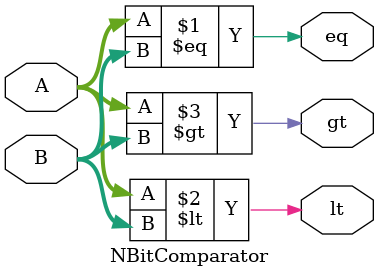
<source format=v>
 module NBitComparator #(parameter N=4) (
  input [N-1:0] A,
  input [N-1:0] B,
  output eq,
  output lt,
  output gt
);
  assign eq = (A == B);
  assign lt = (A < B);
  assign gt = (A > B);
endmodule
</source>
